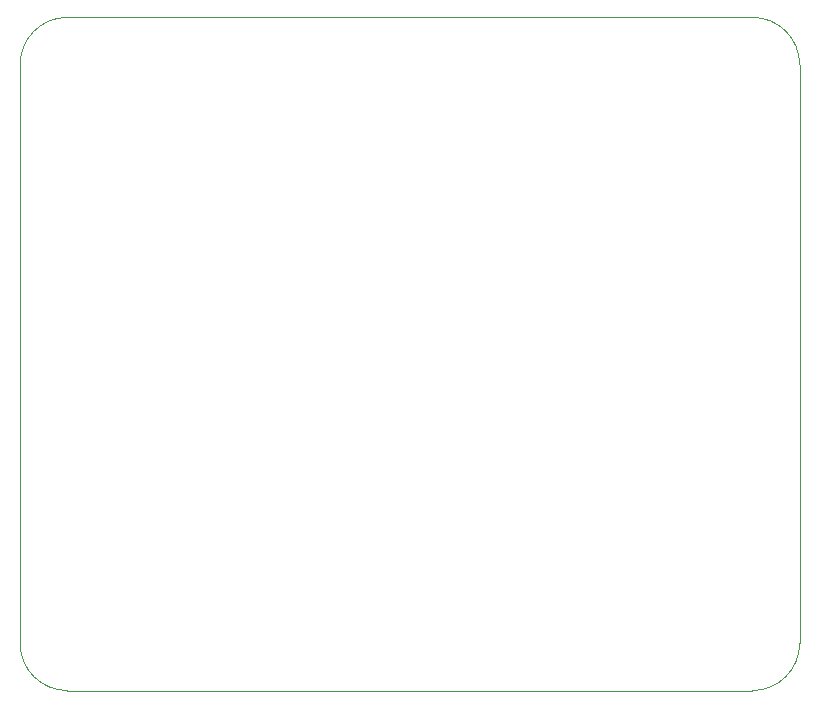
<source format=gbr>
%TF.GenerationSoftware,KiCad,Pcbnew,7.0.10-7.0.10~ubuntu22.04.1*%
%TF.CreationDate,2024-01-30T17:22:02+01:00*%
%TF.ProjectId,puissanceok,70756973-7361-46e6-9365-6f6b2e6b6963,rev?*%
%TF.SameCoordinates,Original*%
%TF.FileFunction,Profile,NP*%
%FSLAX46Y46*%
G04 Gerber Fmt 4.6, Leading zero omitted, Abs format (unit mm)*
G04 Created by KiCad (PCBNEW 7.0.10-7.0.10~ubuntu22.04.1) date 2024-01-30 17:22:02*
%MOMM*%
%LPD*%
G01*
G04 APERTURE LIST*
%TA.AperFunction,Profile*%
%ADD10C,0.100000*%
%TD*%
G04 APERTURE END LIST*
D10*
X46000000Y-99000000D02*
G75*
G03*
X50000000Y-103000000I4000000J0D01*
G01*
X108000000Y-103000000D02*
G75*
G03*
X112000000Y-99000000I0J4000000D01*
G01*
X112000000Y-50000000D02*
X112000000Y-99000000D01*
X46000000Y-99000000D02*
X46000000Y-50000000D01*
X50000000Y-46000000D02*
X108000000Y-46000000D01*
X112000000Y-50000000D02*
G75*
G03*
X108000000Y-46000000I-4000000J0D01*
G01*
X50000000Y-46000000D02*
G75*
G03*
X46000000Y-50000000I0J-4000000D01*
G01*
X50000000Y-103000000D02*
X108000000Y-103000000D01*
M02*

</source>
